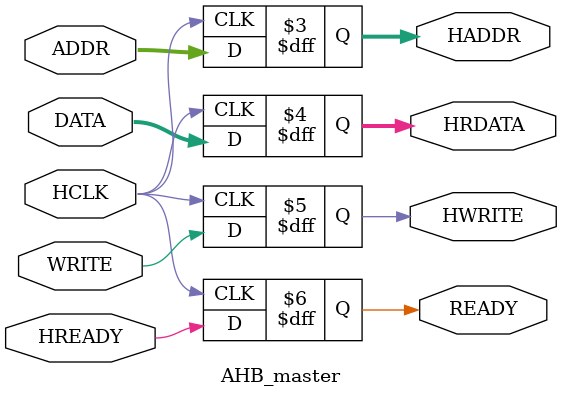
<source format=sv>

module AHB_master (HCLK,HADDR,HWRITE,HRDATA,HREADY,ADDR,DATA,WRITE,READY );


  input logic HCLK;

  //TO SLAVE
  output reg [3:0] HADDR  ;
  output reg [31:0] HRDATA;
  output reg HWRITE;
  //FROM SLAVE
  input reg HREADY;

  //TESTBENCH
  input reg [3:0] ADDR  ;
  input reg [31:0] DATA;
  input reg WRITE;
  output reg READY;

  initial 
  begin
    HADDR  <= 4'bz ;
    HRDATA <= 32'bz ;
    HWRITE <= 1'bz ;
    READY <=  1'bz ;
  end

  always @(posedge HCLK)
  
  begin 
    HADDR  <= ADDR ;
    HRDATA <= DATA ;
    HWRITE <= WRITE ;
    READY  <= HREADY; 
  end

endmodule 


</source>
